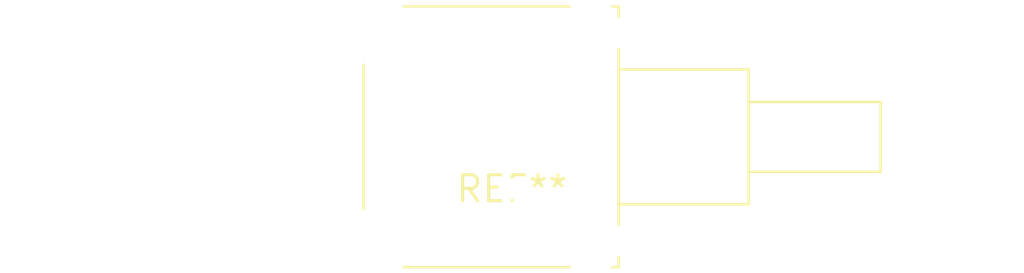
<source format=kicad_pcb>
(kicad_pcb (version 20240108) (generator pcbnew)
  (layers (0 "F.Cu" signal) (31 "B.Cu" signal) (34 "B.Paste" user) (35 "F.Paste" user) (36 "B.SilkS" user "B.Silkscreen") (37 "F.SilkS" user "F.Silkscreen") (38 "B.Mask" user) (39 "F.Mask" user) (44 "Edge.Cuts" user))
  (net 0 "")
  (footprint "Potentiometer_Vishay_148E-149E_Single_Horizontal" (layer "F.Cu") (at 0 0)
    (property "Reference" "REF**")
    (property "Value" "Potentiometer_Vishay_148E-149E_Single_Horizontal")
    (fp_line (start -7.26 -6.065) (end -7.26 0.985) (layer "F.SilkS") (stroke (width 0.12)))
    (fp_line (start -5.317 -8.91) (end 2.817 -8.91) (layer "F.SilkS") (stroke (width 0.12)))
    (fp_line (start -5.317 3.83) (end 2.817 3.83) (layer "F.SilkS") (stroke (width 0.12)))
    (fp_line (start 4.884 -8.91) (end 5.2 -8.91) (layer "F.SilkS") (stroke (width 0.12)))
    (fp_line (start 4.884 3.83) (end 5.2 3.83) (layer "F.SilkS") (stroke (width 0.12)))
    (fp_line (start 5.2 -8.91) (end 5.2 -8.405) (layer "F.SilkS") (stroke (width 0.12)))
    (fp_line (start 5.2 -6.836) (end 5.2 1.756) (layer "F.SilkS") (stroke (width 0.12)))
    (fp_line (start 5.2 -5.835) (end 5.2 0.755) (layer "F.SilkS") (stroke (width 0.12)))
    (fp_line (start 5.2 -5.835) (end 11.55 -5.835) (layer "F.SilkS") (stroke (width 0.12)))
    (fp_line (start 5.2 0.755) (end 11.55 0.755) (layer "F.SilkS") (stroke (width 0.12)))
    (fp_line (start 5.2 3.326) (end 5.2 3.83) (layer "F.SilkS") (stroke (width 0.12)))
    (fp_line (start 11.55 -5.835) (end 11.55 0.755) (layer "F.SilkS") (stroke (width 0.12)))
    (fp_line (start 11.55 -4.244) (end 11.55 -0.835) (layer "F.SilkS") (stroke (width 0.12)))
    (fp_line (start 11.55 -4.244) (end 18 -4.244) (layer "F.SilkS") (stroke (width 0.12)))
    (fp_line (start 11.55 -0.835) (end 18 -0.835) (layer "F.SilkS") (stroke (width 0.12)))
    (fp_line (start 18 -4.244) (end 18 -0.835) (layer "F.SilkS") (stroke (width 0.12)))
    (pad "" thru_hole circle (at -6.35 -7.62) (size 2.6 2.6) (drill 1.3) (layers *.Cu *.Mask) (remove_unused_layers))
    (pad "" thru_hole circle (at -6.35 2.54) (size 2.6 2.6) (drill 1.3) (layers *.Cu *.Mask) (remove_unused_layers))
    (pad "" thru_hole circle (at 3.85 -7.62) (size 2.6 2.6) (drill 1.3) (layers *.Cu *.Mask) (remove_unused_layers))
    (pad "" thru_hole circle (at 3.85 2.54) (size 2.6 2.6) (drill 1.3) (layers *.Cu *.Mask) (remove_unused_layers))
    (pad "1" thru_hole circle (at 0 0) (size 1.8 1.8) (drill 1) (layers *.Cu *.Mask) (remove_unused_layers))
    (pad "2" thru_hole circle (at 0 -2.54) (size 1.8 1.8) (drill 1) (layers *.Cu *.Mask) (remove_unused_layers))
    (pad "3" thru_hole circle (at 0 -5.08) (size 1.8 1.8) (drill 1) (layers *.Cu *.Mask) (remove_unused_layers))
  )
)
</source>
